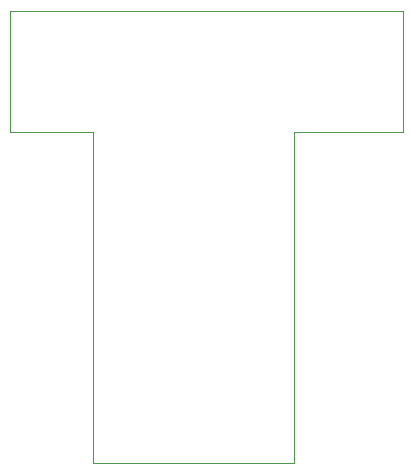
<source format=gbr>
%TF.GenerationSoftware,KiCad,Pcbnew,(6.0.5)*%
%TF.CreationDate,2022-06-07T12:46:05-06:00*%
%TF.ProjectId,21Pin_Fanout,32315069-6e5f-4466-916e-6f75742e6b69,rev?*%
%TF.SameCoordinates,Original*%
%TF.FileFunction,Profile,NP*%
%FSLAX46Y46*%
G04 Gerber Fmt 4.6, Leading zero omitted, Abs format (unit mm)*
G04 Created by KiCad (PCBNEW (6.0.5)) date 2022-06-07 12:46:05*
%MOMM*%
%LPD*%
G01*
G04 APERTURE LIST*
%TA.AperFunction,Profile*%
%ADD10C,0.100000*%
%TD*%
G04 APERTURE END LIST*
D10*
X-15500000Y21250000D02*
X-8500000Y21250000D01*
X-15500000Y31500000D02*
X-15500000Y21250000D01*
X17750000Y21250000D02*
X17750000Y31500000D01*
X8500000Y21250000D02*
X17750000Y21250000D01*
X8500000Y14750000D02*
X8500000Y21250000D01*
X-8500000Y4750000D02*
X-8500000Y-6750000D01*
X8500000Y4750000D02*
X8500000Y-6750000D01*
X-8500000Y4750000D02*
X-8500000Y14750000D01*
X8500000Y4750000D02*
X8500000Y14750000D01*
X-8500000Y21250000D02*
X-8500000Y14750000D01*
X8500000Y-6750000D02*
X-8500000Y-6750000D01*
X-15500000Y31500000D02*
X17750000Y31500000D01*
M02*

</source>
